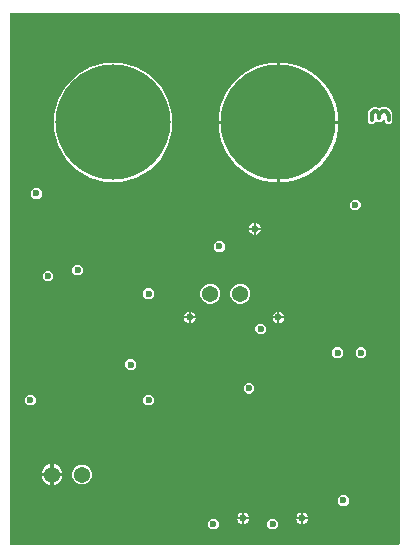
<source format=gbr>
G04 EAGLE Gerber RS-274X export*
G75*
%MOMM*%
%FSLAX34Y34*%
%LPD*%
%INCopper Layer 15*%
%IPPOS*%
%AMOC8*
5,1,8,0,0,1.08239X$1,22.5*%
G01*
%ADD10C,0.355600*%
%ADD11C,9.750000*%
%ADD12C,1.371600*%
%ADD13C,0.600000*%

G36*
X941758Y327504D02*
X941758Y327504D01*
X941777Y327502D01*
X941879Y327524D01*
X941981Y327540D01*
X941998Y327550D01*
X942018Y327554D01*
X942107Y327607D01*
X942198Y327656D01*
X942212Y327670D01*
X942229Y327680D01*
X942296Y327759D01*
X942368Y327834D01*
X942376Y327852D01*
X942389Y327867D01*
X942428Y327963D01*
X942471Y328057D01*
X942473Y328077D01*
X942481Y328095D01*
X942499Y328262D01*
X942499Y776738D01*
X942496Y776758D01*
X942498Y776777D01*
X942476Y776879D01*
X942460Y776981D01*
X942450Y776998D01*
X942446Y777018D01*
X942393Y777107D01*
X942344Y777198D01*
X942330Y777212D01*
X942320Y777229D01*
X942241Y777296D01*
X942166Y777368D01*
X942148Y777376D01*
X942133Y777389D01*
X942037Y777428D01*
X941943Y777471D01*
X941923Y777473D01*
X941905Y777481D01*
X941738Y777499D01*
X613262Y777499D01*
X613242Y777496D01*
X613223Y777498D01*
X613121Y777476D01*
X613019Y777460D01*
X613002Y777450D01*
X612982Y777446D01*
X612893Y777393D01*
X612802Y777344D01*
X612788Y777330D01*
X612771Y777320D01*
X612704Y777241D01*
X612632Y777166D01*
X612624Y777148D01*
X612611Y777133D01*
X612572Y777037D01*
X612529Y776943D01*
X612527Y776923D01*
X612519Y776905D01*
X612501Y776738D01*
X612501Y328262D01*
X612504Y328242D01*
X612502Y328223D01*
X612524Y328121D01*
X612540Y328019D01*
X612550Y328002D01*
X612554Y327982D01*
X612607Y327893D01*
X612656Y327802D01*
X612670Y327788D01*
X612680Y327771D01*
X612759Y327704D01*
X612834Y327632D01*
X612852Y327624D01*
X612867Y327611D01*
X612963Y327572D01*
X613057Y327529D01*
X613077Y327527D01*
X613095Y327519D01*
X613262Y327501D01*
X941738Y327501D01*
X941758Y327504D01*
G37*
%LPC*%
G36*
X693384Y634749D02*
X693384Y634749D01*
X680604Y638174D01*
X669145Y644789D01*
X659789Y654145D01*
X653174Y665604D01*
X649749Y678384D01*
X649749Y691616D01*
X653174Y704396D01*
X659789Y715855D01*
X669145Y725211D01*
X680604Y731826D01*
X693384Y735251D01*
X706616Y735251D01*
X719396Y731826D01*
X730855Y725211D01*
X740211Y715855D01*
X746826Y704396D01*
X750251Y691616D01*
X750251Y678384D01*
X746826Y665604D01*
X740211Y654145D01*
X730855Y644789D01*
X719396Y638174D01*
X706616Y634749D01*
X693384Y634749D01*
G37*
%LPD*%
%LPC*%
G36*
X841523Y686523D02*
X841523Y686523D01*
X841523Y735751D01*
X842216Y735751D01*
X846630Y735365D01*
X850995Y734595D01*
X855276Y733448D01*
X859440Y731932D01*
X863457Y730059D01*
X867294Y727844D01*
X870925Y725302D01*
X874319Y722453D01*
X877453Y719319D01*
X880302Y715925D01*
X882844Y712294D01*
X885059Y708457D01*
X886932Y704440D01*
X888448Y700276D01*
X889595Y695995D01*
X890365Y691630D01*
X890751Y687216D01*
X890751Y686523D01*
X841523Y686523D01*
G37*
%LPD*%
%LPC*%
G36*
X789249Y686523D02*
X789249Y686523D01*
X789249Y687216D01*
X789635Y691630D01*
X790405Y695995D01*
X791552Y700276D01*
X793068Y704440D01*
X794941Y708457D01*
X797156Y712294D01*
X799698Y715925D01*
X802547Y719319D01*
X805681Y722453D01*
X809075Y725302D01*
X812706Y727844D01*
X816543Y730059D01*
X820560Y731932D01*
X824724Y733448D01*
X829005Y734595D01*
X833370Y735365D01*
X837784Y735751D01*
X838477Y735751D01*
X838477Y686523D01*
X789249Y686523D01*
G37*
%LPD*%
%LPC*%
G36*
X841523Y634249D02*
X841523Y634249D01*
X841523Y683477D01*
X890751Y683477D01*
X890751Y682784D01*
X890365Y678370D01*
X889595Y674005D01*
X888448Y669724D01*
X886932Y665560D01*
X885059Y661543D01*
X882844Y657706D01*
X880302Y654075D01*
X877453Y650681D01*
X874319Y647547D01*
X870925Y644698D01*
X867294Y642156D01*
X863457Y639941D01*
X859440Y638068D01*
X855276Y636552D01*
X850995Y635405D01*
X846630Y634635D01*
X842216Y634249D01*
X841523Y634249D01*
G37*
%LPD*%
%LPC*%
G36*
X837784Y634249D02*
X837784Y634249D01*
X833370Y634635D01*
X829005Y635405D01*
X824724Y636552D01*
X820560Y638068D01*
X816543Y639941D01*
X812706Y642156D01*
X809075Y644698D01*
X805681Y647547D01*
X802547Y650681D01*
X799698Y654075D01*
X797156Y657706D01*
X794941Y661543D01*
X793068Y665560D01*
X791552Y669724D01*
X790405Y674005D01*
X789635Y678370D01*
X789249Y682784D01*
X789249Y683477D01*
X838477Y683477D01*
X838477Y634249D01*
X837784Y634249D01*
G37*
%LPD*%
%LPC*%
G36*
X917640Y683499D02*
X917640Y683499D01*
X915719Y685420D01*
X915719Y693612D01*
X918179Y696997D01*
X922159Y698290D01*
X925515Y697200D01*
X925625Y697183D01*
X925734Y697163D01*
X925746Y697164D01*
X925758Y697163D01*
X925868Y697182D01*
X925977Y697197D01*
X925991Y697203D01*
X926001Y697205D01*
X926025Y697218D01*
X926131Y697265D01*
X927334Y697959D01*
X931208Y697959D01*
X934563Y696022D01*
X936501Y692666D01*
X936501Y685420D01*
X934580Y683499D01*
X931864Y683499D01*
X929943Y685420D01*
X929943Y686507D01*
X929932Y686578D01*
X929930Y686650D01*
X929912Y686699D01*
X929904Y686750D01*
X929870Y686813D01*
X929845Y686881D01*
X929813Y686921D01*
X929788Y686967D01*
X929736Y687017D01*
X929692Y687073D01*
X929648Y687101D01*
X929610Y687137D01*
X929545Y687167D01*
X929485Y687206D01*
X929434Y687218D01*
X929387Y687240D01*
X929316Y687248D01*
X929246Y687266D01*
X929194Y687262D01*
X929143Y687268D01*
X929072Y687252D01*
X929001Y687247D01*
X928953Y687226D01*
X928902Y687215D01*
X928841Y687178D01*
X928775Y687150D01*
X928719Y687106D01*
X928691Y687089D01*
X928676Y687071D01*
X928644Y687046D01*
X926678Y685080D01*
X923962Y685080D01*
X923487Y685554D01*
X923471Y685566D01*
X923459Y685581D01*
X923372Y685637D01*
X923288Y685698D01*
X923269Y685703D01*
X923252Y685714D01*
X923151Y685739D01*
X923053Y685770D01*
X923033Y685769D01*
X923013Y685774D01*
X922910Y685766D01*
X922807Y685764D01*
X922788Y685757D01*
X922768Y685755D01*
X922673Y685715D01*
X922576Y685679D01*
X922560Y685667D01*
X922542Y685659D01*
X922411Y685554D01*
X920356Y683499D01*
X917640Y683499D01*
G37*
%LPD*%
%LPC*%
G36*
X806037Y531641D02*
X806037Y531641D01*
X802965Y532914D01*
X800614Y535265D01*
X799341Y538337D01*
X799341Y541663D01*
X800614Y544735D01*
X802965Y547086D01*
X806037Y548359D01*
X809363Y548359D01*
X812435Y547086D01*
X814786Y544735D01*
X816059Y541663D01*
X816059Y538337D01*
X814786Y535265D01*
X812435Y532914D01*
X809363Y531641D01*
X806037Y531641D01*
G37*
%LPD*%
%LPC*%
G36*
X780637Y531641D02*
X780637Y531641D01*
X777565Y532914D01*
X775214Y535265D01*
X773941Y538337D01*
X773941Y541663D01*
X775214Y544735D01*
X777565Y547086D01*
X780637Y548359D01*
X783963Y548359D01*
X787035Y547086D01*
X789386Y544735D01*
X790659Y541663D01*
X790659Y538337D01*
X789386Y535265D01*
X787035Y532914D01*
X783963Y531641D01*
X780637Y531641D01*
G37*
%LPD*%
%LPC*%
G36*
X672037Y378541D02*
X672037Y378541D01*
X668965Y379814D01*
X666614Y382165D01*
X665341Y385237D01*
X665341Y388563D01*
X666614Y391635D01*
X668965Y393986D01*
X672037Y395259D01*
X675363Y395259D01*
X678435Y393986D01*
X680786Y391635D01*
X682059Y388563D01*
X682059Y385237D01*
X680786Y382165D01*
X678435Y379814D01*
X675363Y378541D01*
X672037Y378541D01*
G37*
%LPD*%
%LPC*%
G36*
X633136Y620499D02*
X633136Y620499D01*
X630499Y623136D01*
X630499Y626864D01*
X633136Y629501D01*
X636864Y629501D01*
X639501Y626864D01*
X639501Y623136D01*
X636864Y620499D01*
X633136Y620499D01*
G37*
%LPD*%
%LPC*%
G36*
X903136Y610499D02*
X903136Y610499D01*
X900499Y613136D01*
X900499Y616864D01*
X903136Y619501D01*
X906864Y619501D01*
X909501Y616864D01*
X909501Y613136D01*
X906864Y610499D01*
X903136Y610499D01*
G37*
%LPD*%
%LPC*%
G36*
X908136Y485499D02*
X908136Y485499D01*
X905499Y488136D01*
X905499Y491864D01*
X908136Y494501D01*
X911864Y494501D01*
X914501Y491864D01*
X914501Y488136D01*
X911864Y485499D01*
X908136Y485499D01*
G37*
%LPD*%
%LPC*%
G36*
X628136Y445499D02*
X628136Y445499D01*
X625499Y448136D01*
X625499Y451864D01*
X628136Y454501D01*
X631864Y454501D01*
X634501Y451864D01*
X634501Y448136D01*
X631864Y445499D01*
X628136Y445499D01*
G37*
%LPD*%
%LPC*%
G36*
X728136Y445499D02*
X728136Y445499D01*
X725499Y448136D01*
X725499Y451864D01*
X728136Y454501D01*
X731864Y454501D01*
X734501Y451864D01*
X734501Y448136D01*
X731864Y445499D01*
X728136Y445499D01*
G37*
%LPD*%
%LPC*%
G36*
X788136Y575499D02*
X788136Y575499D01*
X785499Y578136D01*
X785499Y581864D01*
X788136Y584501D01*
X791864Y584501D01*
X794501Y581864D01*
X794501Y578136D01*
X791864Y575499D01*
X788136Y575499D01*
G37*
%LPD*%
%LPC*%
G36*
X668136Y555499D02*
X668136Y555499D01*
X665499Y558136D01*
X665499Y561864D01*
X668136Y564501D01*
X671864Y564501D01*
X674501Y561864D01*
X674501Y558136D01*
X671864Y555499D01*
X668136Y555499D01*
G37*
%LPD*%
%LPC*%
G36*
X643136Y550499D02*
X643136Y550499D01*
X640499Y553136D01*
X640499Y556864D01*
X643136Y559501D01*
X646864Y559501D01*
X649501Y556864D01*
X649501Y553136D01*
X646864Y550499D01*
X643136Y550499D01*
G37*
%LPD*%
%LPC*%
G36*
X728136Y535499D02*
X728136Y535499D01*
X725499Y538136D01*
X725499Y541864D01*
X728136Y544501D01*
X731864Y544501D01*
X734501Y541864D01*
X734501Y538136D01*
X731864Y535499D01*
X728136Y535499D01*
G37*
%LPD*%
%LPC*%
G36*
X813136Y455499D02*
X813136Y455499D01*
X810499Y458136D01*
X810499Y461864D01*
X813136Y464501D01*
X816864Y464501D01*
X819501Y461864D01*
X819501Y458136D01*
X816864Y455499D01*
X813136Y455499D01*
G37*
%LPD*%
%LPC*%
G36*
X823136Y505499D02*
X823136Y505499D01*
X820499Y508136D01*
X820499Y511864D01*
X823136Y514501D01*
X826864Y514501D01*
X829501Y511864D01*
X829501Y508136D01*
X826864Y505499D01*
X823136Y505499D01*
G37*
%LPD*%
%LPC*%
G36*
X713136Y475499D02*
X713136Y475499D01*
X710499Y478136D01*
X710499Y481864D01*
X713136Y484501D01*
X716864Y484501D01*
X719501Y481864D01*
X719501Y478136D01*
X716864Y475499D01*
X713136Y475499D01*
G37*
%LPD*%
%LPC*%
G36*
X888136Y485499D02*
X888136Y485499D01*
X885499Y488136D01*
X885499Y491864D01*
X888136Y494501D01*
X891864Y494501D01*
X894501Y491864D01*
X894501Y488136D01*
X891864Y485499D01*
X888136Y485499D01*
G37*
%LPD*%
%LPC*%
G36*
X893136Y360499D02*
X893136Y360499D01*
X890499Y363136D01*
X890499Y366864D01*
X893136Y369501D01*
X896864Y369501D01*
X899501Y366864D01*
X899501Y363136D01*
X896864Y360499D01*
X893136Y360499D01*
G37*
%LPD*%
%LPC*%
G36*
X833136Y340499D02*
X833136Y340499D01*
X830499Y343136D01*
X830499Y346864D01*
X833136Y349501D01*
X836864Y349501D01*
X839501Y346864D01*
X839501Y343136D01*
X836864Y340499D01*
X833136Y340499D01*
G37*
%LPD*%
%LPC*%
G36*
X783136Y340499D02*
X783136Y340499D01*
X780499Y343136D01*
X780499Y346864D01*
X783136Y349501D01*
X786864Y349501D01*
X789501Y346864D01*
X789501Y343136D01*
X786864Y340499D01*
X783136Y340499D01*
G37*
%LPD*%
%LPC*%
G36*
X649823Y388423D02*
X649823Y388423D01*
X649823Y395629D01*
X650884Y395418D01*
X652496Y394751D01*
X653947Y393781D01*
X655181Y392547D01*
X656151Y391096D01*
X656818Y389484D01*
X657029Y388423D01*
X649823Y388423D01*
G37*
%LPD*%
%LPC*%
G36*
X639571Y388423D02*
X639571Y388423D01*
X639782Y389484D01*
X640449Y391096D01*
X641419Y392547D01*
X642653Y393781D01*
X644104Y394751D01*
X645716Y395418D01*
X646777Y395629D01*
X646777Y388423D01*
X639571Y388423D01*
G37*
%LPD*%
%LPC*%
G36*
X649823Y385377D02*
X649823Y385377D01*
X657029Y385377D01*
X656818Y384316D01*
X656151Y382704D01*
X655181Y381253D01*
X653947Y380019D01*
X652496Y379049D01*
X650884Y378382D01*
X649823Y378171D01*
X649823Y385377D01*
G37*
%LPD*%
%LPC*%
G36*
X645716Y378382D02*
X645716Y378382D01*
X644104Y379049D01*
X642653Y380019D01*
X641419Y381253D01*
X640449Y382704D01*
X639782Y384316D01*
X639571Y385377D01*
X646777Y385377D01*
X646777Y378171D01*
X645716Y378382D01*
G37*
%LPD*%
%LPC*%
G36*
X820874Y595874D02*
X820874Y595874D01*
X820874Y599943D01*
X821930Y599660D01*
X823071Y599002D01*
X824002Y598071D01*
X824660Y596930D01*
X824943Y595874D01*
X820874Y595874D01*
G37*
%LPD*%
%LPC*%
G36*
X810874Y350874D02*
X810874Y350874D01*
X810874Y354943D01*
X811930Y354660D01*
X813071Y354002D01*
X814002Y353071D01*
X814660Y351930D01*
X814943Y350874D01*
X810874Y350874D01*
G37*
%LPD*%
%LPC*%
G36*
X860874Y350874D02*
X860874Y350874D01*
X860874Y354943D01*
X861930Y354660D01*
X863071Y354002D01*
X864002Y353071D01*
X864660Y351930D01*
X864943Y350874D01*
X860874Y350874D01*
G37*
%LPD*%
%LPC*%
G36*
X840874Y520874D02*
X840874Y520874D01*
X840874Y524943D01*
X841930Y524660D01*
X843071Y524002D01*
X844002Y523071D01*
X844660Y521930D01*
X844943Y520874D01*
X840874Y520874D01*
G37*
%LPD*%
%LPC*%
G36*
X765874Y520874D02*
X765874Y520874D01*
X765874Y524943D01*
X766930Y524660D01*
X768071Y524002D01*
X769002Y523071D01*
X769660Y521930D01*
X769943Y520874D01*
X765874Y520874D01*
G37*
%LPD*%
%LPC*%
G36*
X815057Y595874D02*
X815057Y595874D01*
X815340Y596930D01*
X815998Y598071D01*
X816929Y599002D01*
X818070Y599660D01*
X819126Y599943D01*
X819126Y595874D01*
X815057Y595874D01*
G37*
%LPD*%
%LPC*%
G36*
X840874Y519126D02*
X840874Y519126D01*
X844943Y519126D01*
X844660Y518070D01*
X844002Y516929D01*
X843071Y515998D01*
X841930Y515340D01*
X840874Y515057D01*
X840874Y519126D01*
G37*
%LPD*%
%LPC*%
G36*
X835057Y520874D02*
X835057Y520874D01*
X835340Y521930D01*
X835998Y523071D01*
X836929Y524002D01*
X838070Y524660D01*
X839126Y524943D01*
X839126Y520874D01*
X835057Y520874D01*
G37*
%LPD*%
%LPC*%
G36*
X760057Y520874D02*
X760057Y520874D01*
X760340Y521930D01*
X760998Y523071D01*
X761929Y524002D01*
X763070Y524660D01*
X764126Y524943D01*
X764126Y520874D01*
X760057Y520874D01*
G37*
%LPD*%
%LPC*%
G36*
X765874Y519126D02*
X765874Y519126D01*
X769943Y519126D01*
X769660Y518070D01*
X769002Y516929D01*
X768071Y515998D01*
X766930Y515340D01*
X765874Y515057D01*
X765874Y519126D01*
G37*
%LPD*%
%LPC*%
G36*
X805057Y350874D02*
X805057Y350874D01*
X805340Y351930D01*
X805998Y353071D01*
X806929Y354002D01*
X808070Y354660D01*
X809126Y354943D01*
X809126Y350874D01*
X805057Y350874D01*
G37*
%LPD*%
%LPC*%
G36*
X855057Y350874D02*
X855057Y350874D01*
X855340Y351930D01*
X855998Y353071D01*
X856929Y354002D01*
X858070Y354660D01*
X859126Y354943D01*
X859126Y350874D01*
X855057Y350874D01*
G37*
%LPD*%
%LPC*%
G36*
X820874Y594126D02*
X820874Y594126D01*
X824943Y594126D01*
X824660Y593070D01*
X824002Y591929D01*
X823071Y590998D01*
X821930Y590340D01*
X820874Y590057D01*
X820874Y594126D01*
G37*
%LPD*%
%LPC*%
G36*
X860874Y349126D02*
X860874Y349126D01*
X864943Y349126D01*
X864660Y348070D01*
X864002Y346929D01*
X863071Y345998D01*
X861930Y345340D01*
X860874Y345057D01*
X860874Y349126D01*
G37*
%LPD*%
%LPC*%
G36*
X810874Y349126D02*
X810874Y349126D01*
X814943Y349126D01*
X814660Y348070D01*
X814002Y346929D01*
X813071Y345998D01*
X811930Y345340D01*
X810874Y345057D01*
X810874Y349126D01*
G37*
%LPD*%
%LPC*%
G36*
X763070Y515340D02*
X763070Y515340D01*
X761929Y515998D01*
X760998Y516929D01*
X760340Y518070D01*
X760057Y519126D01*
X764126Y519126D01*
X764126Y515057D01*
X763070Y515340D01*
G37*
%LPD*%
%LPC*%
G36*
X838070Y515340D02*
X838070Y515340D01*
X836929Y515998D01*
X835998Y516929D01*
X835340Y518070D01*
X835057Y519126D01*
X839126Y519126D01*
X839126Y515057D01*
X838070Y515340D01*
G37*
%LPD*%
%LPC*%
G36*
X818070Y590340D02*
X818070Y590340D01*
X816929Y590998D01*
X815998Y591929D01*
X815340Y593070D01*
X815057Y594126D01*
X819126Y594126D01*
X819126Y590057D01*
X818070Y590340D01*
G37*
%LPD*%
%LPC*%
G36*
X858070Y345340D02*
X858070Y345340D01*
X856929Y345998D01*
X855998Y346929D01*
X855340Y348070D01*
X855057Y349126D01*
X859126Y349126D01*
X859126Y345057D01*
X858070Y345340D01*
G37*
%LPD*%
%LPC*%
G36*
X808070Y345340D02*
X808070Y345340D01*
X806929Y345998D01*
X805998Y346929D01*
X805340Y348070D01*
X805057Y349126D01*
X809126Y349126D01*
X809126Y345057D01*
X808070Y345340D01*
G37*
%LPD*%
%LPC*%
G36*
X839999Y684999D02*
X839999Y684999D01*
X839999Y685001D01*
X840001Y685001D01*
X840001Y684999D01*
X839999Y684999D01*
G37*
%LPD*%
%LPC*%
G36*
X648299Y386899D02*
X648299Y386899D01*
X648299Y386901D01*
X648301Y386901D01*
X648301Y386899D01*
X648299Y386899D01*
G37*
%LPD*%
D10*
X933222Y686778D02*
X933222Y690729D01*
X933220Y690853D01*
X933214Y690977D01*
X933204Y691101D01*
X933191Y691224D01*
X933173Y691347D01*
X933152Y691469D01*
X933127Y691591D01*
X933098Y691712D01*
X933065Y691831D01*
X933029Y691950D01*
X932988Y692067D01*
X932945Y692183D01*
X932897Y692298D01*
X932846Y692411D01*
X932791Y692523D01*
X932733Y692632D01*
X932672Y692740D01*
X932607Y692846D01*
X932539Y692950D01*
X932467Y693051D01*
X932393Y693151D01*
X932315Y693247D01*
X932235Y693342D01*
X932151Y693434D01*
X932065Y693523D01*
X931976Y693609D01*
X931884Y693693D01*
X931789Y693773D01*
X931693Y693851D01*
X931593Y693925D01*
X931492Y693997D01*
X931388Y694065D01*
X931282Y694130D01*
X931174Y694191D01*
X931065Y694249D01*
X930953Y694304D01*
X930840Y694355D01*
X930725Y694403D01*
X930609Y694446D01*
X930492Y694487D01*
X930373Y694523D01*
X930254Y694556D01*
X930133Y694585D01*
X930011Y694610D01*
X929889Y694631D01*
X929766Y694649D01*
X929643Y694662D01*
X929519Y694672D01*
X929395Y694678D01*
X929271Y694680D01*
X929147Y694678D01*
X929023Y694672D01*
X928899Y694662D01*
X928776Y694649D01*
X928653Y694631D01*
X928531Y694610D01*
X928409Y694585D01*
X928288Y694556D01*
X928169Y694523D01*
X928050Y694487D01*
X927933Y694446D01*
X927817Y694403D01*
X927702Y694355D01*
X927589Y694304D01*
X927477Y694249D01*
X927368Y694191D01*
X927260Y694130D01*
X927154Y694065D01*
X927050Y693997D01*
X926949Y693925D01*
X926849Y693851D01*
X926753Y693773D01*
X926658Y693693D01*
X926566Y693609D01*
X926477Y693523D01*
X926391Y693434D01*
X926307Y693342D01*
X926227Y693247D01*
X926149Y693151D01*
X926075Y693051D01*
X926003Y692950D01*
X925935Y692846D01*
X925870Y692740D01*
X925809Y692632D01*
X925751Y692523D01*
X925696Y692411D01*
X925645Y692298D01*
X925597Y692183D01*
X925554Y692067D01*
X925513Y691950D01*
X925477Y691831D01*
X925444Y691712D01*
X925415Y691591D01*
X925390Y691469D01*
X925369Y691347D01*
X925351Y691224D01*
X925338Y691101D01*
X925328Y690977D01*
X925322Y690853D01*
X925320Y690729D01*
X918998Y691519D02*
X918998Y686778D01*
X918998Y691519D02*
X919000Y691631D01*
X919006Y691742D01*
X919016Y691853D01*
X919029Y691964D01*
X919047Y692074D01*
X919069Y692183D01*
X919094Y692292D01*
X919123Y692400D01*
X919156Y692506D01*
X919193Y692612D01*
X919233Y692716D01*
X919277Y692818D01*
X919325Y692919D01*
X919376Y693018D01*
X919431Y693116D01*
X919489Y693211D01*
X919550Y693304D01*
X919615Y693395D01*
X919683Y693484D01*
X919754Y693570D01*
X919827Y693653D01*
X919904Y693734D01*
X919984Y693813D01*
X920066Y693888D01*
X920151Y693960D01*
X920238Y694030D01*
X920328Y694096D01*
X920420Y694159D01*
X920515Y694219D01*
X920611Y694275D01*
X920709Y694328D01*
X920809Y694377D01*
X920911Y694423D01*
X921014Y694465D01*
X921119Y694504D01*
X921225Y694539D01*
X921332Y694570D01*
X921440Y694597D01*
X921549Y694621D01*
X921659Y694640D01*
X921769Y694656D01*
X921880Y694668D01*
X921992Y694676D01*
X922103Y694680D01*
X922215Y694680D01*
X922326Y694676D01*
X922438Y694668D01*
X922549Y694656D01*
X922659Y694640D01*
X922769Y694621D01*
X922878Y694597D01*
X922986Y694570D01*
X923093Y694539D01*
X923199Y694504D01*
X923304Y694465D01*
X923407Y694423D01*
X923509Y694377D01*
X923609Y694328D01*
X923707Y694275D01*
X923803Y694219D01*
X923898Y694159D01*
X923990Y694096D01*
X924080Y694030D01*
X924167Y693960D01*
X924252Y693888D01*
X924334Y693813D01*
X924414Y693734D01*
X924491Y693653D01*
X924564Y693570D01*
X924635Y693484D01*
X924703Y693395D01*
X924768Y693304D01*
X924829Y693211D01*
X924887Y693116D01*
X924942Y693018D01*
X924993Y692919D01*
X925041Y692818D01*
X925085Y692716D01*
X925125Y692612D01*
X925162Y692506D01*
X925195Y692400D01*
X925224Y692292D01*
X925249Y692183D01*
X925271Y692074D01*
X925289Y691964D01*
X925302Y691853D01*
X925312Y691742D01*
X925318Y691631D01*
X925320Y691519D01*
X925320Y688358D01*
D11*
X840000Y685000D03*
D12*
X782300Y540000D03*
X807700Y540000D03*
X648300Y386900D03*
X673700Y386900D03*
D11*
X700000Y685000D03*
D13*
X820000Y595000D03*
X810000Y350000D03*
X860000Y350000D03*
X840000Y520000D03*
X765000Y520000D03*
X670000Y560000D03*
X715000Y480000D03*
X905000Y615000D03*
X890000Y490000D03*
X910000Y490000D03*
X895000Y365000D03*
X645000Y555000D03*
X630000Y450000D03*
X635000Y625000D03*
X730000Y450000D03*
X730000Y540000D03*
X790000Y580000D03*
X835000Y345000D03*
X785000Y345000D03*
X825000Y510000D03*
X815000Y460000D03*
M02*

</source>
